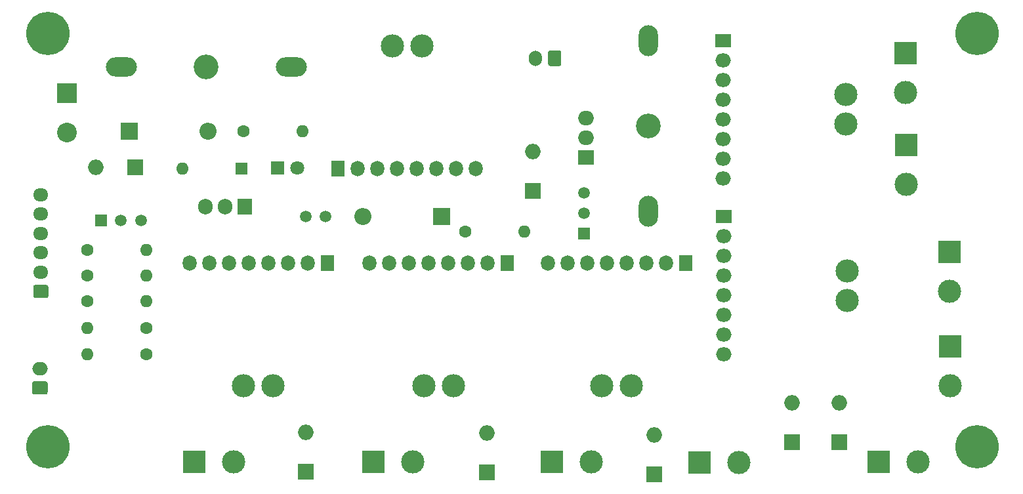
<source format=gbs>
G04 #@! TF.GenerationSoftware,KiCad,Pcbnew,(5.1.9)-1*
G04 #@! TF.CreationDate,2021-07-22T19:31:00+02:00*
G04 #@! TF.ProjectId,charge_pcb,63686172-6765-45f7-9063-622e6b696361,rev?*
G04 #@! TF.SameCoordinates,Original*
G04 #@! TF.FileFunction,Soldermask,Bot*
G04 #@! TF.FilePolarity,Negative*
%FSLAX46Y46*%
G04 Gerber Fmt 4.6, Leading zero omitted, Abs format (unit mm)*
G04 Created by KiCad (PCBNEW (5.1.9)-1) date 2021-07-22 19:31:00*
%MOMM*%
%LPD*%
G01*
G04 APERTURE LIST*
%ADD10O,2.200000X2.200000*%
%ADD11R,2.200000X2.200000*%
%ADD12O,2.000000X2.000000*%
%ADD13R,2.000000X2.000000*%
%ADD14C,3.000000*%
%ADD15R,3.000000X3.000000*%
%ADD16C,3.200000*%
%ADD17O,2.499360X4.000500*%
%ADD18O,2.000000X1.800000*%
%ADD19O,3.000000X3.000000*%
%ADD20R,2.000000X1.800000*%
%ADD21O,1.800000X2.000000*%
%ADD22R,1.800000X2.000000*%
%ADD23O,1.950000X1.700000*%
%ADD24O,2.000000X1.700000*%
%ADD25C,5.600000*%
%ADD26C,3.600000*%
%ADD27O,1.600000X1.600000*%
%ADD28C,1.600000*%
%ADD29O,1.905000X2.000000*%
%ADD30R,1.905000X2.000000*%
%ADD31O,2.000000X1.905000*%
%ADD32R,2.000000X1.905000*%
%ADD33O,1.700000X2.000000*%
%ADD34C,1.800000*%
%ADD35R,1.800000X1.800000*%
%ADD36R,1.500000X1.500000*%
%ADD37C,1.500000*%
%ADD38O,4.000500X2.499360*%
%ADD39R,1.600000X1.600000*%
%ADD40C,1.501140*%
%ADD41C,2.540000*%
%ADD42R,2.540000X2.540000*%
G04 APERTURE END LIST*
D10*
X129921000Y-88519000D03*
D11*
X140081000Y-88519000D03*
D10*
X109982000Y-77470000D03*
D11*
X99822000Y-77470000D03*
D12*
X151892000Y-80137000D03*
D13*
X151892000Y-85217000D03*
D14*
X113284000Y-120142000D03*
D15*
X108204000Y-120142000D03*
D16*
X166751000Y-76835000D03*
D17*
X166751000Y-65834260D03*
X166751000Y-87835740D03*
D12*
X185293000Y-112522000D03*
D13*
X185293000Y-117602000D03*
D12*
X167513000Y-116713000D03*
D13*
X167513000Y-121793000D03*
D12*
X145923000Y-116459000D03*
D13*
X145923000Y-121539000D03*
D12*
X122555000Y-116332000D03*
D13*
X122555000Y-121412000D03*
D18*
X176530000Y-106299000D03*
D19*
X192405000Y-95504000D03*
D18*
X176530000Y-103759000D03*
D19*
X192405000Y-99314000D03*
D18*
X176530000Y-101219000D03*
X176530000Y-98679000D03*
X176530000Y-96139000D03*
X176530000Y-93599000D03*
X176530000Y-91059000D03*
D20*
X176530000Y-88519000D03*
D21*
X153797000Y-94488000D03*
D19*
X164592000Y-110363000D03*
D21*
X156337000Y-94488000D03*
D19*
X160782000Y-110363000D03*
D21*
X158877000Y-94488000D03*
X161417000Y-94488000D03*
X163957000Y-94488000D03*
X166497000Y-94488000D03*
X169037000Y-94488000D03*
D22*
X171577000Y-94488000D03*
D21*
X130810000Y-94488000D03*
D19*
X141605000Y-110363000D03*
D21*
X133350000Y-94488000D03*
D19*
X137795000Y-110363000D03*
D21*
X135890000Y-94488000D03*
X138430000Y-94488000D03*
X140970000Y-94488000D03*
X143510000Y-94488000D03*
X146050000Y-94488000D03*
D22*
X148590000Y-94488000D03*
D21*
X107569000Y-94488000D03*
D19*
X118364000Y-110363000D03*
D21*
X110109000Y-94488000D03*
D19*
X114554000Y-110363000D03*
D21*
X112649000Y-94488000D03*
X115189000Y-94488000D03*
X117729000Y-94488000D03*
X120269000Y-94488000D03*
X122809000Y-94488000D03*
D22*
X125349000Y-94488000D03*
D18*
X176403000Y-83566000D03*
D19*
X192278000Y-72771000D03*
D18*
X176403000Y-81026000D03*
D19*
X192278000Y-76581000D03*
D18*
X176403000Y-78486000D03*
X176403000Y-75946000D03*
X176403000Y-73406000D03*
X176403000Y-70866000D03*
X176403000Y-68326000D03*
D20*
X176403000Y-65786000D03*
D14*
X199923000Y-72517000D03*
D15*
X199923000Y-67437000D03*
D14*
X200025000Y-84328000D03*
D15*
X200025000Y-79248000D03*
D14*
X201549000Y-120142000D03*
D15*
X196469000Y-120142000D03*
D14*
X178435000Y-120269000D03*
D15*
X173355000Y-120269000D03*
D14*
X159385000Y-120142000D03*
D15*
X154305000Y-120142000D03*
D14*
X136398000Y-120142000D03*
D15*
X131318000Y-120142000D03*
D23*
X88392000Y-85671000D03*
X88392000Y-88171000D03*
X88392000Y-90671000D03*
X88392000Y-93171000D03*
X88392000Y-95671000D03*
G36*
G01*
X89117000Y-99021000D02*
X87667000Y-99021000D01*
G75*
G02*
X87417000Y-98771000I0J250000D01*
G01*
X87417000Y-97571000D01*
G75*
G02*
X87667000Y-97321000I250000J0D01*
G01*
X89117000Y-97321000D01*
G75*
G02*
X89367000Y-97571000I0J-250000D01*
G01*
X89367000Y-98771000D01*
G75*
G02*
X89117000Y-99021000I-250000J0D01*
G01*
G37*
D24*
X88265000Y-108117000D03*
G36*
G01*
X89015000Y-111467000D02*
X87515000Y-111467000D01*
G75*
G02*
X87265000Y-111217000I0J250000D01*
G01*
X87265000Y-110017000D01*
G75*
G02*
X87515000Y-109767000I250000J0D01*
G01*
X89015000Y-109767000D01*
G75*
G02*
X89265000Y-110017000I0J-250000D01*
G01*
X89265000Y-111217000D01*
G75*
G02*
X89015000Y-111467000I-250000J0D01*
G01*
G37*
D12*
X191389000Y-112522000D03*
D13*
X191389000Y-117602000D03*
D21*
X144526000Y-82321400D03*
D19*
X133731000Y-66446400D03*
D21*
X141986000Y-82321400D03*
D19*
X137541000Y-66446400D03*
D21*
X139446000Y-82321400D03*
X136906000Y-82321400D03*
X134366000Y-82321400D03*
X131826000Y-82321400D03*
X129286000Y-82321400D03*
D22*
X126746000Y-82321400D03*
D25*
X209169000Y-64897000D03*
D26*
X209169000Y-64897000D03*
D25*
X89289000Y-118237000D03*
D26*
X89289000Y-118237000D03*
D25*
X209169000Y-118237000D03*
D26*
X209169000Y-118237000D03*
D25*
X89289000Y-64897000D03*
D26*
X89289000Y-64897000D03*
D27*
X101981000Y-99441000D03*
D28*
X94361000Y-99441000D03*
D14*
X205613000Y-98171000D03*
D15*
X205613000Y-93091000D03*
D14*
X205740000Y-110363000D03*
D15*
X205740000Y-105283000D03*
D29*
X109601000Y-87249000D03*
X112141000Y-87249000D03*
D30*
X114681000Y-87249000D03*
D31*
X158750000Y-75819000D03*
X158750000Y-78359000D03*
D32*
X158750000Y-80899000D03*
D27*
X101981000Y-96139000D03*
D28*
X94361000Y-96139000D03*
D33*
X152186000Y-68072000D03*
G36*
G01*
X155536000Y-67322000D02*
X155536000Y-68822000D01*
G75*
G02*
X155286000Y-69072000I-250000J0D01*
G01*
X154086000Y-69072000D01*
G75*
G02*
X153836000Y-68822000I0J250000D01*
G01*
X153836000Y-67322000D01*
G75*
G02*
X154086000Y-67072000I250000J0D01*
G01*
X155286000Y-67072000D01*
G75*
G02*
X155536000Y-67322000I0J-250000D01*
G01*
G37*
D34*
X121499000Y-82267000D03*
D35*
X118959000Y-82267000D03*
D27*
X122174000Y-77470000D03*
D28*
X114554000Y-77470000D03*
D27*
X150749000Y-90424000D03*
D28*
X143129000Y-90424000D03*
D27*
X101981000Y-92837000D03*
D28*
X94361000Y-92837000D03*
D27*
X94361000Y-106299000D03*
D28*
X101981000Y-106299000D03*
D27*
X94361000Y-102870000D03*
D28*
X101981000Y-102870000D03*
D36*
X158496000Y-90678000D03*
D37*
X158496000Y-85478000D03*
X158496000Y-88078000D03*
D36*
X96139000Y-89027000D03*
D37*
X101339000Y-89027000D03*
X98739000Y-89027000D03*
D16*
X109749000Y-69167000D03*
D38*
X98748260Y-69167000D03*
X120749740Y-69167000D03*
D27*
X106699000Y-82307000D03*
D39*
X114319000Y-82307000D03*
D12*
X95459000Y-82187000D03*
D13*
X100539000Y-82187000D03*
D40*
X125095000Y-88519000D03*
X122555000Y-88519000D03*
D41*
X91769000Y-77647000D03*
D42*
X91769000Y-72567000D03*
M02*

</source>
